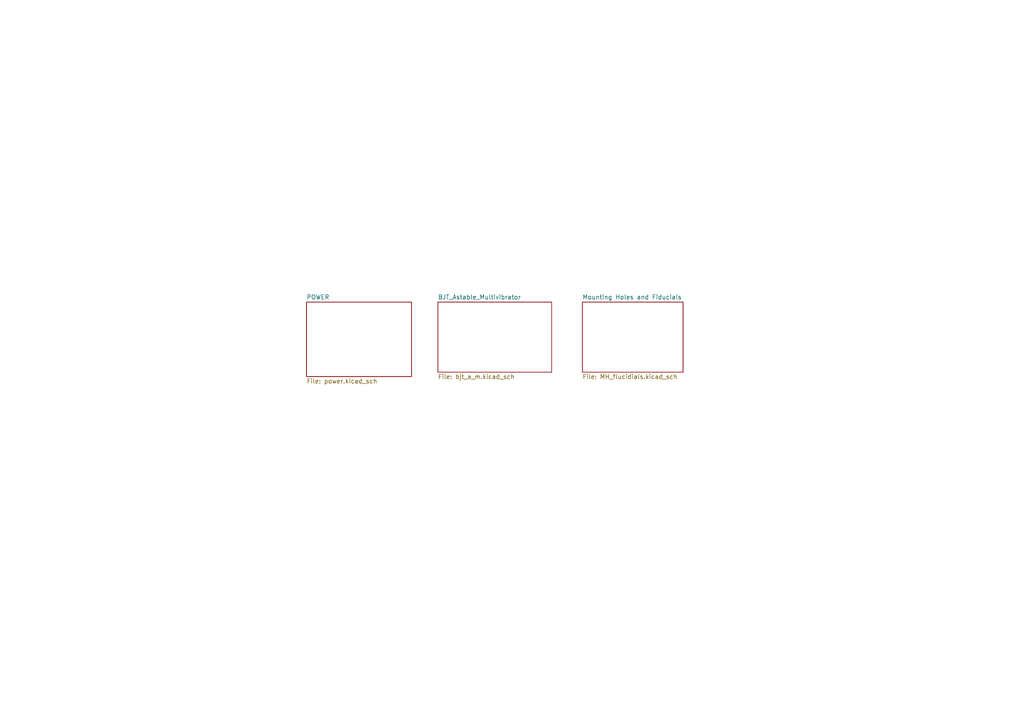
<source format=kicad_sch>
(kicad_sch
	(version 20250114)
	(generator "eeschema")
	(generator_version "9.0")
	(uuid "e9e3e1aa-ac36-4243-b2e3-bd965ab9be28")
	(paper "A4")
	(title_block
		(title "BJT_astable_multivibrator")
		(date "2025-10-10")
		(rev "V1.0")
		(company "OCA")
		(comment 1 "Ass_1")
	)
	(lib_symbols)
	(sheet
		(at 88.9 87.63)
		(size 30.48 21.59)
		(exclude_from_sim no)
		(in_bom yes)
		(on_board yes)
		(dnp no)
		(fields_autoplaced yes)
		(stroke
			(width 0.1524)
			(type solid)
		)
		(fill
			(color 0 0 0 0.0000)
		)
		(uuid "4bf79b3d-38a4-44a8-81b3-f7db8f98c4e4")
		(property "Sheetname" "POWER"
			(at 88.9 86.9184 0)
			(effects
				(font
					(size 1.27 1.27)
				)
				(justify left bottom)
			)
		)
		(property "Sheetfile" "power.kicad_sch"
			(at 88.9 109.8046 0)
			(effects
				(font
					(size 1.27 1.27)
				)
				(justify left top)
			)
		)
		(instances
			(project "BJT_astable_multivibrator"
				(path "/e9e3e1aa-ac36-4243-b2e3-bd965ab9be28"
					(page "2")
				)
			)
		)
	)
	(sheet
		(at 127 87.63)
		(size 33.02 20.32)
		(exclude_from_sim no)
		(in_bom yes)
		(on_board yes)
		(dnp no)
		(fields_autoplaced yes)
		(stroke
			(width 0.1524)
			(type solid)
		)
		(fill
			(color 0 0 0 0.0000)
		)
		(uuid "78ae1a7f-b581-4fc0-9ea3-05f1e2a60900")
		(property "Sheetname" "BJT_Astable_Multivibrator"
			(at 127 86.9184 0)
			(effects
				(font
					(size 1.27 1.27)
				)
				(justify left bottom)
			)
		)
		(property "Sheetfile" "bjt_a_m.kicad_sch"
			(at 127 108.5346 0)
			(effects
				(font
					(size 1.27 1.27)
				)
				(justify left top)
			)
		)
		(instances
			(project "BJT_astable_multivibrator"
				(path "/e9e3e1aa-ac36-4243-b2e3-bd965ab9be28"
					(page "3")
				)
			)
		)
	)
	(sheet
		(at 168.91 87.63)
		(size 29.21 20.32)
		(exclude_from_sim no)
		(in_bom yes)
		(on_board yes)
		(dnp no)
		(fields_autoplaced yes)
		(stroke
			(width 0.1524)
			(type solid)
		)
		(fill
			(color 0 0 0 0.0000)
		)
		(uuid "c308990c-5837-4630-81fc-4dabf9e970ed")
		(property "Sheetname" "Mounting Holes and Fiducials"
			(at 168.91 86.9184 0)
			(effects
				(font
					(size 1.27 1.27)
				)
				(justify left bottom)
			)
		)
		(property "Sheetfile" "MH_flucidials.kicad_sch"
			(at 168.91 108.5346 0)
			(effects
				(font
					(size 1.27 1.27)
				)
				(justify left top)
			)
		)
		(instances
			(project "BJT_astable_multivibrator"
				(path "/e9e3e1aa-ac36-4243-b2e3-bd965ab9be28"
					(page "4")
				)
			)
		)
	)
	(sheet_instances
		(path "/"
			(page "1")
		)
	)
	(embedded_fonts no)
)

</source>
